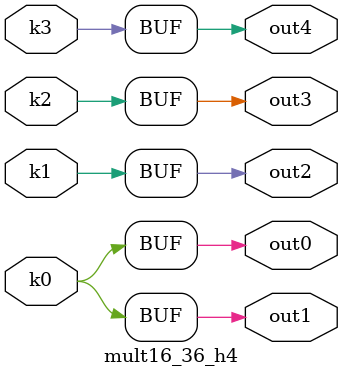
<source format=v>
module mult16_36(pi00, pi01, pi02, pi03, pi04, pi05, pi06, pi07, pi08, pi09, pi10, po0, po1, po2, po3, po4);
input pi00, pi01, pi02, pi03, pi04, pi05, pi06, pi07, pi08, pi09, pi10;
output po0, po1, po2, po3, po4;
wire k0, k1, k2, k3;
mult16_36_w4 DUT1 (pi00, pi01, pi02, pi03, pi04, pi05, pi06, pi07, pi08, pi09, pi10, k0, k1, k2, k3);
mult16_36_h4 DUT2 (k0, k1, k2, k3, po0, po1, po2, po3, po4);
endmodule

module mult16_36_w4(in10, in9, in8, in7, in6, in5, in4, in3, in2, in1, in0, k3, k2, k1, k0);
input in10, in9, in8, in7, in6, in5, in4, in3, in2, in1, in0;
output k3, k2, k1, k0;
assign k0 =   ((in5 ^ in4) & (in0 ? (((in10 ^ in3) & (in6 ? ((in9 & ((in8 & ~in7 & (in2 | ~in1)) | (in2 & ~in1))) | (in2 & ~in1 & (in8 | ~in7))) : ((~in2 & in1) | ((~in2 | in1) & ((~in9 & (~in8 | in7)) | (~in8 & in7)))))) | (~in6 & ~in2 & in1 & ((~in9 & (~in8 | in7)) | (~in8 & in7))) | (in9 & in8 & ~in7 & in6 & in2 & ~in1)) : (((~in2 ^ in1) & (((in9 | in8) & (~in7 ^ in6)) | ((~in7 | ~in6) & (~in10 ^ in3)) | (~in7 & in6 & (~in9 | ~in8)) | (in9 & in8 & ~in6))) | (~in6 & in2 & ~in1 & ((~in9 & (~in8 | in7)) | (~in8 & in7) | (~in10 & in3) | (in10 & ~in3))) | (in6 & ~in2 & in1 & ((in9 & ((in8 & ~in7) | (~in10 & in3) | (in10 & ~in3))) | ((in8 | ~in7) & (in10 ^ in3))))))) | ((~in5 ^ in4) & (in6 ? ((((~in9 & (~in8 | in7)) | (~in8 & in7)) & (in2 ? (~in1 & ~in0) : (in1 & in0))) | (~in0 & (~in2 ^ in1) & ((in8 & ~in7) | (in9 & (in8 | ~in7))))) : ((~in0 & (((~in2 ^ in1) & (in7 ? (in9 | in8) : (~in9 | ~in8))) | (in9 & in8 & ~in7 & ~in2 & in1))) | (in9 & in8 & ~in7 & in2 & ~in1 & in0)))) | ((in10 ^ in3) & ((~in5 & ((~in0 & ((~in4 & (((~in2 ^ in1) & (in7 | in6)) | (~in2 & in1 & ((in9 & (in8 | ~in7 | ~in6)) | (~in7 & ~in6) | (in8 & (~in7 | ~in6)))))) | (in7 & in6 & (~in2 ^ in1)))) | (~in4 & in0 & ((in9 & ((in8 & ((in2 & ~in1) | (~in7 & ~in6 & (in2 | ~in1)))) | (in2 & ~in1 & (~in7 | ~in6)))) | (in2 & ~in1 & ((~in7 & ~in6) | (in8 & (~in7 | ~in6)))))))) | (~in0 & (((~in2 ^ in1) & ((~in7 & ~in6 & in5 & in4) | (in7 & in6 & ~in4))) | (in2 & ~in1 & in5 & in4 & (in7 | in6 | ~in9 | ~in8)))) | (in5 & in4 & in0 & (((~in2 | in1) & ((~in8 & in7 & in6) | (~in9 & ((in7 & in6) | (~in8 & (in7 | in6)))))) | (~in2 & in1 & (in7 | in6 | ~in9 | ~in8)))))) | (((in5 & in4) | (~in6 & (in5 | in4))) & ((in8 & ~in7) | (in9 & (in8 | ~in7))) & (~in10 ^ in3) & (in2 ? (~in1 & in0) : (in1 & ~in0))) | ((~in10 ^ in3) & (in0 ? ((~in6 & in5 & in4 & ((in9 & ((in8 & ~in7 & (in2 | ~in1)) | (in2 & ~in1))) | (in2 & ~in1 & (in8 | ~in7)))) | (((~in5 & ~in4) | (in6 & (~in5 | ~in4))) & ((~in9 & ((~in2 & in1) | (~in8 & in7 & (~in2 | in1)))) | (~in2 & in1 & (~in8 | in7)))) | (in6 & ~in5 & ~in4 & ((~in2 & in1) | ((~in2 | in1) & ((~in9 & (~in8 | in7)) | (~in8 & in7)))))) : (in2 ? (((in7 | in6) & (in1 ? (in5 & in4) : (~in5 & ~in4))) | (~in1 & ((in6 & (~in9 | ~in8 | in7) & (~in5 | ~in4)) | (~in5 & ~in4 & (~in9 | ~in8)))) | (~in7 & ~in6 & in1 & ~in4)) : ((~in6 & ((~in7 & (in1 ? (in5 & in4) : ~in4)) | (in1 & in5 & in4 & (in9 | in8)))) | (~in1 & in5 & in4 & (in7 | in6)))))) | (~in9 & ~in8 & in7 & (in2 ? (~in1 & ~in0) : (in1 & in0)));
assign k1 =   (((in6 & (~in5 | ~in4)) | (~in5 & ~in4)) & (~in10 | ~in3)) | (~in10 & ~in3);
assign k2 =   ((in2 ^ in1) & (((~in10 ^ in3) & ((in9 & ((in8 & ((~in7 & ~in6 & in5 & in4) | (in6 & ~in5 & ~in4))) | (in7 & (in6 ? (in5 ^ in4) : (~in5 & ~in4))) | (~in5 & ~in4 & ~in7 & in6))) | ((in5 ^ in4) & (((~in9 | ~in8) & (in7 ^ in6)) | (in8 & in7 & in6) | (~in9 & ~in8 & ~in6))) | (~in5 & ~in4 & ((in8 & (in7 ^ in6)) | (~in7 & ~in6 & (~in9 | ~in8)))) | (in5 & in4 & ((~in9 & ((in7 & in6) | (~in8 & (in7 | in6)))) | (~in8 & in7 & in6))))) | ((in10 ^ in3) & ((in6 & ((in5 & in4 & ((in9 & (in8 | ~in7)) | (in8 & ~in7))) | (~in9 & ((~in8 & ((~in5 & ~in4) | (in7 & (~in5 | ~in4)))) | (in7 & ~in5 & ~in4))) | (~in5 & ~in4 & ~in8 & in7))) | (~in9 & ((~in7 & ~in6 & in5 & in4) | (~in5 & ~in4 & ~in8 & in7))) | (~in6 & (((in9 | in8) & (in7 ? (in5 & in4) : (in5 ^ in4))) | (~in7 & ((~in8 & in5 & in4) | (in9 & in8 & ~in4))) | (in9 & in8 & (in5 ^ in4)))) | (in9 & in8 & ~in7 & (in5 ^ in4)))))) | ((~in2 ^ in1) & ((((in9 & ((in8 & ((~in7 & ~in6 & in5 & in4) | (in6 & ~in5 & ~in4))) | (in7 & (in6 ? (in5 ^ in4) : (~in5 & ~in4))) | (~in5 & ~in4 & ~in7 & in6))) | ((in5 ^ in4) & (((~in9 | ~in8) & (in7 ^ in6)) | (in8 & in7 & in6) | (~in9 & ~in8 & ~in6))) | (~in5 & ~in4 & ((in8 & (in7 ^ in6)) | (~in7 & ~in6 & (~in9 | ~in8)))) | (in5 & in4 & ((~in9 & ((in7 & in6) | (~in8 & (in7 | in6)))) | (~in8 & in7 & in6)))) & (in10 ^ in3)) | ((~in10 ^ in3) & ((in6 & ((in5 & in4 & ((in9 & (in8 | ~in7)) | (in8 & ~in7))) | (~in9 & ((~in8 & ((~in5 & ~in4) | (in7 & (~in5 | ~in4)))) | (in7 & ~in5 & ~in4))) | (~in5 & ~in4 & ~in8 & in7))) | (~in9 & ((~in7 & ~in6 & in5 & in4) | (~in5 & ~in4 & ~in8 & in7))) | (~in6 & (((in9 | in8) & (in7 ? (in5 & in4) : (in5 ^ in4))) | (~in7 & ((~in8 & in5 & in4) | (in9 & in8 & ~in4))) | (in9 & in8 & (in5 ^ in4)))) | (in9 & in8 & ~in7 & (in5 ^ in4))))));
assign k3 =   ((in5 ^ in4) & (((~in7 ^ in6) & (~in9 ^ in8)) | ((in7 ^ in6) & (in9 ^ in8)))) | ((~in5 ^ in4) & (((~in9 ^ in8) & (in7 ^ in6)) | ((~in7 ^ in6) & (in9 ^ in8))));
endmodule

module mult16_36_h4(k3, k2, k1, k0, out4, out3, out2, out1, out0);
input k3, k2, k1, k0;
output out4, out3, out2, out1, out0;
assign out0 = k0;
assign out1 = k0;
assign out2 = k1;
assign out3 = k2;
assign out4 = k3;
endmodule

</source>
